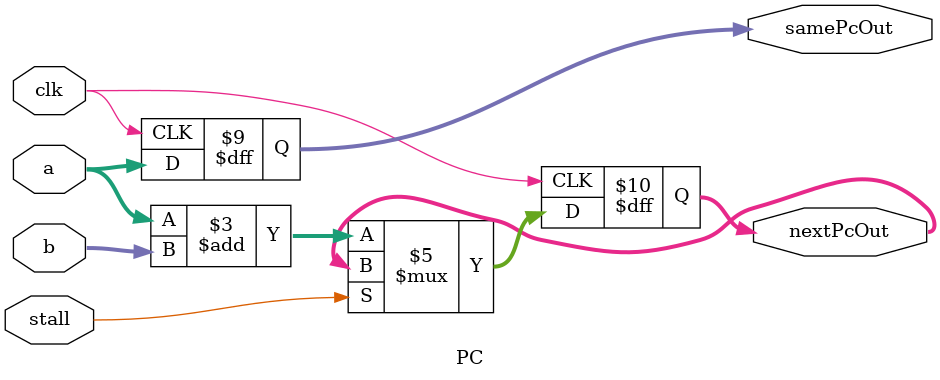
<source format=v>
module PC (
    a,
    b,
    samePcOut,
    nextPcOut,
    stall,
		clk
);
  input stall, clk;
  input [31:0] a, b;
  output reg [31:0] samePcOut, nextPcOut;

  // initial begin
	// 	samePcOut=32'b0;
	// 	nextPcOut=32'b0;
  // end

  // assign samePcOut = a;
  always @(posedge clk) begin
    samePcOut = a;
    if (!stall) nextPcOut = a + b;
    else samePcOut = a;

  end
endmodule

</source>
